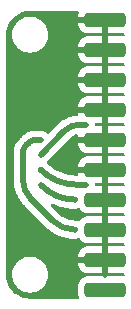
<source format=gbr>
%TF.GenerationSoftware,KiCad,Pcbnew,(6.0.5)*%
%TF.CreationDate,2022-06-17T13:24:51+08:00*%
%TF.ProjectId,JLINK_MINI_ADAPTER,4a4c494e-4b5f-44d4-994e-495f41444150,rev?*%
%TF.SameCoordinates,PX853a720PY66f2fb0*%
%TF.FileFunction,Copper,L1,Top*%
%TF.FilePolarity,Positive*%
%FSLAX46Y46*%
G04 Gerber Fmt 4.6, Leading zero omitted, Abs format (unit mm)*
G04 Created by KiCad (PCBNEW (6.0.5)) date 2022-06-17 13:24:51*
%MOMM*%
%LPD*%
G01*
G04 APERTURE LIST*
G04 Aperture macros list*
%AMRoundRect*
0 Rectangle with rounded corners*
0 $1 Rounding radius*
0 $2 $3 $4 $5 $6 $7 $8 $9 X,Y pos of 4 corners*
0 Add a 4 corners polygon primitive as box body*
4,1,4,$2,$3,$4,$5,$6,$7,$8,$9,$2,$3,0*
0 Add four circle primitives for the rounded corners*
1,1,$1+$1,$2,$3*
1,1,$1+$1,$4,$5*
1,1,$1+$1,$6,$7*
1,1,$1+$1,$8,$9*
0 Add four rect primitives between the rounded corners*
20,1,$1+$1,$2,$3,$4,$5,0*
20,1,$1+$1,$4,$5,$6,$7,0*
20,1,$1+$1,$6,$7,$8,$9,0*
20,1,$1+$1,$8,$9,$2,$3,0*%
G04 Aperture macros list end*
%TA.AperFunction,SMDPad,CuDef*%
%ADD10RoundRect,0.312500X-1.437500X-0.312500X1.437500X-0.312500X1.437500X0.312500X-1.437500X0.312500X0*%
%TD*%
%TA.AperFunction,ViaPad*%
%ADD11C,0.508000*%
%TD*%
%TA.AperFunction,Conductor*%
%ADD12C,0.508000*%
%TD*%
G04 APERTURE END LIST*
D10*
%TO.P,J2,2,Pin_2*%
%TO.N,unconnected-(J2-Pad2)*%
X8890000Y1270000D03*
%TO.P,J2,4,Pin_4*%
%TO.N,/GND*%
X8890000Y3810000D03*
%TO.P,J2,6,Pin_6*%
X8890000Y6350000D03*
%TO.P,J2,8,Pin_8*%
X8890000Y8890000D03*
%TO.P,J2,10,Pin_10*%
X8890000Y11430000D03*
%TO.P,J2,12,Pin_12*%
X8890000Y13970000D03*
%TO.P,J2,14,Pin_14*%
X8890000Y16510000D03*
%TO.P,J2,16,Pin_16*%
X8890000Y19050000D03*
%TO.P,J2,18,Pin_18*%
X8890000Y21590000D03*
%TO.P,J2,20,Pin_20*%
X8890000Y24130000D03*
%TD*%
D11*
%TO.N,/SWDIO{slash}TMS*%
X3429000Y10160000D03*
X6350000Y8890000D03*
%TO.N,/GND*%
X6223000Y16510000D03*
X889000Y16510000D03*
X8890000Y20320000D03*
X4826000Y19050000D03*
X4064000Y24130000D03*
X8890000Y2540000D03*
X4064000Y21590000D03*
X4191000Y4064000D03*
X6350000Y7620000D03*
X2794000Y17272000D03*
X8890000Y15240000D03*
X8890000Y17780000D03*
X6223000Y21590000D03*
X889000Y21590000D03*
X5334000Y889000D03*
X8890000Y7620000D03*
X1016000Y4318000D03*
X1016000Y8636000D03*
X6350000Y3810000D03*
X1016000Y6604000D03*
X5334000Y12065000D03*
X8890000Y5080000D03*
X8890000Y12700000D03*
X8890000Y22860000D03*
X3810000Y889000D03*
X2921000Y6223000D03*
X889000Y19050000D03*
X6223000Y24130000D03*
X8890000Y10160000D03*
%TO.N,/SWCLK{slash}TCK*%
X7239000Y10160000D03*
X3429000Y11430000D03*
%TO.N,/SWO{slash}TDO*%
X3429000Y12700000D03*
X7239000Y15240000D03*
%TO.N,/TDI*%
X3429000Y13970000D03*
X6350000Y6350000D03*
%TD*%
D12*
%TO.N,/SWDIO{slash}TMS*%
X3531566Y10057433D02*
X3429000Y10160000D01*
X3531560Y10057427D02*
G75*
G03*
X6350000Y8890000I2818440J2818473D01*
G01*
%TO.N,/SWCLK{slash}TCK*%
X7239000Y10160000D02*
X6495051Y10160000D01*
X3428985Y11429985D02*
G75*
G03*
X6495051Y10160000I3066015J3066015D01*
G01*
%TO.N,/SWO{slash}TDO*%
X5430185Y14701185D02*
X3429000Y12700000D01*
X7239000Y15240000D02*
X6731000Y15240000D01*
X5430191Y14701179D02*
G75*
G02*
X6731000Y15240000I1300809J-1300779D01*
G01*
%TO.N,/TDI*%
X3048000Y8509000D02*
X4398777Y7158223D01*
X3429000Y13970000D02*
X3026210Y13970000D01*
X1905000Y12758988D02*
X1905000Y10668000D01*
X2623420Y8933579D02*
X3048000Y8509000D01*
X2413000Y13716000D02*
X2222500Y13525500D01*
X6350000Y6350016D02*
G75*
G02*
X4398777Y7158223I0J2759484D01*
G01*
X2623429Y8933588D02*
G75*
G02*
X1905000Y10668000I1734371J1734412D01*
G01*
X2412997Y13716003D02*
G75*
G02*
X3026210Y13970000I613203J-613203D01*
G01*
X1905006Y12758988D02*
G75*
G02*
X2222500Y13525500I1083994J12D01*
G01*
%TD*%
%TA.AperFunction,Conductor*%
%TO.N,/GND*%
G36*
X6626221Y24871498D02*
G01*
X6672714Y24817842D01*
X6682818Y24747568D01*
X6676945Y24723645D01*
X6672105Y24709902D01*
X6633480Y24542601D01*
X6632056Y24532653D01*
X6632000Y24530723D01*
X6632000Y24402115D01*
X6636475Y24386876D01*
X6637865Y24385671D01*
X6645548Y24384000D01*
X9018000Y24384000D01*
X9086121Y24363998D01*
X9132614Y24310342D01*
X9144000Y24258000D01*
X9144000Y23015116D01*
X9148475Y22999877D01*
X9149865Y22998672D01*
X9157548Y22997001D01*
X10414500Y22997001D01*
X10482621Y22976999D01*
X10529114Y22923343D01*
X10540500Y22871001D01*
X10540500Y22849000D01*
X10520498Y22780879D01*
X10466842Y22734386D01*
X10414500Y22723000D01*
X9162115Y22723000D01*
X9146876Y22718525D01*
X9145671Y22717135D01*
X9144000Y22709452D01*
X9144000Y20475116D01*
X9148475Y20459877D01*
X9149865Y20458672D01*
X9157548Y20457001D01*
X10414500Y20457001D01*
X10482621Y20436999D01*
X10529114Y20383343D01*
X10540500Y20331001D01*
X10540500Y20309000D01*
X10520498Y20240879D01*
X10466842Y20194386D01*
X10414500Y20183000D01*
X9162115Y20183000D01*
X9146876Y20178525D01*
X9145671Y20177135D01*
X9144000Y20169452D01*
X9144000Y17935116D01*
X9148475Y17919877D01*
X9149865Y17918672D01*
X9157548Y17917001D01*
X10414500Y17917001D01*
X10482621Y17896999D01*
X10529114Y17843343D01*
X10540500Y17791001D01*
X10540500Y17769000D01*
X10520498Y17700879D01*
X10466842Y17654386D01*
X10414500Y17643000D01*
X9162115Y17643000D01*
X9146876Y17638525D01*
X9145671Y17637135D01*
X9144000Y17629452D01*
X9144000Y15395116D01*
X9148475Y15379877D01*
X9149865Y15378672D01*
X9157548Y15377001D01*
X10414500Y15377001D01*
X10482621Y15356999D01*
X10529114Y15303343D01*
X10540500Y15251001D01*
X10540500Y15229000D01*
X10520498Y15160879D01*
X10466842Y15114386D01*
X10414500Y15103000D01*
X9162115Y15103000D01*
X9146876Y15098525D01*
X9145671Y15097135D01*
X9144000Y15089452D01*
X9144000Y12855116D01*
X9148475Y12839877D01*
X9149865Y12838672D01*
X9157548Y12837001D01*
X10414500Y12837001D01*
X10482621Y12816999D01*
X10529114Y12763343D01*
X10540500Y12711001D01*
X10540500Y12689000D01*
X10520498Y12620879D01*
X10466842Y12574386D01*
X10414500Y12563000D01*
X9162115Y12563000D01*
X9146876Y12558525D01*
X9145671Y12557135D01*
X9144000Y12549452D01*
X9144000Y10315116D01*
X9148475Y10299877D01*
X9149865Y10298672D01*
X9157548Y10297001D01*
X10414500Y10297001D01*
X10482621Y10276999D01*
X10529114Y10223343D01*
X10540500Y10171001D01*
X10540500Y10149000D01*
X10520498Y10080879D01*
X10466842Y10034386D01*
X10414500Y10023000D01*
X9162115Y10023000D01*
X9146876Y10018525D01*
X9145671Y10017135D01*
X9144000Y10009452D01*
X9144000Y7775116D01*
X9148475Y7759877D01*
X9149865Y7758672D01*
X9157548Y7757001D01*
X10414500Y7757001D01*
X10482621Y7736999D01*
X10529114Y7683343D01*
X10540500Y7631001D01*
X10540500Y7609000D01*
X10520498Y7540879D01*
X10466842Y7494386D01*
X10414500Y7483000D01*
X9162115Y7483000D01*
X9146876Y7478525D01*
X9145671Y7477135D01*
X9144000Y7469452D01*
X9144000Y5235116D01*
X9148475Y5219877D01*
X9149865Y5218672D01*
X9157548Y5217001D01*
X10414500Y5217001D01*
X10482621Y5196999D01*
X10529114Y5143343D01*
X10540500Y5091001D01*
X10540500Y5069000D01*
X10520498Y5000879D01*
X10466842Y4954386D01*
X10414500Y4943000D01*
X9162115Y4943000D01*
X9146876Y4938525D01*
X9145671Y4937135D01*
X9144000Y4929452D01*
X9144000Y2695116D01*
X9148475Y2679877D01*
X9149865Y2678672D01*
X9157548Y2677001D01*
X10414500Y2677001D01*
X10482621Y2656999D01*
X10529114Y2603343D01*
X10540500Y2551001D01*
X10540500Y2529500D01*
X10520498Y2461379D01*
X10466842Y2414886D01*
X10414500Y2403500D01*
X7362396Y2403500D01*
X7357540Y2403220D01*
X7352344Y2402020D01*
X7352341Y2402020D01*
X7184931Y2363370D01*
X7178070Y2361786D01*
X7012240Y2281621D01*
X6868292Y2166708D01*
X6753379Y2022760D01*
X6750313Y2016417D01*
X6750312Y2016416D01*
X6710023Y1933073D01*
X6673214Y1856930D01*
X6631780Y1677460D01*
X6631500Y1672604D01*
X6631500Y867396D01*
X6631780Y862540D01*
X6673214Y683070D01*
X6676282Y676724D01*
X6676412Y676354D01*
X6680173Y605457D01*
X6645008Y543781D01*
X6582080Y510908D01*
X6557566Y508500D01*
X2589367Y508500D01*
X2569982Y510000D01*
X2555149Y512310D01*
X2555145Y512310D01*
X2546276Y513691D01*
X2537374Y512527D01*
X2537371Y512527D01*
X2529988Y511561D01*
X2505409Y510767D01*
X2460799Y513691D01*
X2283078Y525340D01*
X2266738Y527491D01*
X2144522Y551801D01*
X2022304Y576112D01*
X2006394Y580375D01*
X1770398Y660485D01*
X1755174Y666791D01*
X1531658Y777016D01*
X1517384Y785257D01*
X1310171Y923713D01*
X1297095Y933746D01*
X1109722Y1098068D01*
X1098068Y1109722D01*
X933746Y1297095D01*
X923713Y1310171D01*
X785257Y1517384D01*
X777016Y1531658D01*
X666791Y1755174D01*
X660484Y1770400D01*
X614688Y1905311D01*
X580375Y2006394D01*
X576111Y2022307D01*
X573310Y2036392D01*
X527491Y2266738D01*
X525340Y2283078D01*
X511476Y2494593D01*
X512650Y2517768D01*
X512334Y2517796D01*
X512770Y2522656D01*
X513576Y2527448D01*
X513729Y2540000D01*
X1010786Y2540000D01*
X1029613Y2300778D01*
X1030767Y2295971D01*
X1030768Y2295965D01*
X1048788Y2220908D01*
X1085631Y2067447D01*
X1087524Y2062876D01*
X1087525Y2062874D01*
X1172830Y1856930D01*
X1177460Y1845751D01*
X1302840Y1641151D01*
X1458682Y1458682D01*
X1641151Y1302840D01*
X1845751Y1177460D01*
X1850321Y1175567D01*
X1850323Y1175566D01*
X2037421Y1098068D01*
X2067447Y1085631D01*
X2149037Y1066043D01*
X2295965Y1030768D01*
X2295971Y1030767D01*
X2300778Y1029613D01*
X2540000Y1010786D01*
X2779222Y1029613D01*
X2784029Y1030767D01*
X2784035Y1030768D01*
X2930963Y1066043D01*
X3012553Y1085631D01*
X3042579Y1098068D01*
X3229677Y1175566D01*
X3229679Y1175567D01*
X3234249Y1177460D01*
X3438849Y1302840D01*
X3621318Y1458682D01*
X3777160Y1641151D01*
X3902540Y1845751D01*
X3907171Y1856930D01*
X3992475Y2062874D01*
X3992476Y2062876D01*
X3994369Y2067447D01*
X4031212Y2220908D01*
X4049232Y2295965D01*
X4049233Y2295971D01*
X4050387Y2300778D01*
X4069214Y2540000D01*
X4050387Y2779222D01*
X4049233Y2784029D01*
X4049232Y2784035D01*
X3995524Y3007741D01*
X3994369Y3012553D01*
X3992475Y3017126D01*
X3904434Y3229677D01*
X3904433Y3229679D01*
X3902540Y3234249D01*
X3795300Y3409247D01*
X6632001Y3409247D01*
X6632055Y3407356D01*
X6633480Y3397400D01*
X6672105Y3230098D01*
X6676755Y3216895D01*
X6750738Y3063852D01*
X6758202Y3052000D01*
X6864255Y2919151D01*
X6874151Y2909255D01*
X7007000Y2803202D01*
X7018852Y2795738D01*
X7171895Y2721755D01*
X7185098Y2717105D01*
X7352399Y2678480D01*
X7362347Y2677056D01*
X7364277Y2677000D01*
X8617885Y2677000D01*
X8633124Y2681475D01*
X8634329Y2682865D01*
X8636000Y2690548D01*
X8636000Y3537885D01*
X8631525Y3553124D01*
X8630135Y3554329D01*
X8622452Y3556000D01*
X6650116Y3556000D01*
X6634877Y3551525D01*
X6633672Y3550135D01*
X6632001Y3542452D01*
X6632001Y3409247D01*
X3795300Y3409247D01*
X3777160Y3438849D01*
X3621318Y3621318D01*
X3438849Y3777160D01*
X3234249Y3902540D01*
X3229679Y3904433D01*
X3229677Y3904434D01*
X3017126Y3992475D01*
X3017124Y3992476D01*
X3012553Y3994369D01*
X2930963Y4013957D01*
X2784035Y4049232D01*
X2784029Y4049233D01*
X2779222Y4050387D01*
X2540000Y4069214D01*
X2300778Y4050387D01*
X2295971Y4049233D01*
X2295965Y4049232D01*
X2149037Y4013957D01*
X2067447Y3994369D01*
X2062876Y3992476D01*
X2062874Y3992475D01*
X1850323Y3904434D01*
X1850321Y3904433D01*
X1845751Y3902540D01*
X1641151Y3777160D01*
X1458682Y3621318D01*
X1302840Y3438849D01*
X1177460Y3234249D01*
X1175567Y3229679D01*
X1175566Y3229677D01*
X1087525Y3017126D01*
X1085631Y3012553D01*
X1084476Y3007741D01*
X1030768Y2784035D01*
X1030767Y2784029D01*
X1029613Y2779222D01*
X1011274Y2546200D01*
X1010786Y2540000D01*
X513729Y2540000D01*
X509773Y2567624D01*
X508500Y2585486D01*
X508500Y4082115D01*
X6632000Y4082115D01*
X6636475Y4066876D01*
X6637865Y4065671D01*
X6645548Y4064000D01*
X8617885Y4064000D01*
X8633124Y4068475D01*
X8634329Y4069865D01*
X8636000Y4077548D01*
X8636000Y4924884D01*
X8631525Y4940123D01*
X8630135Y4941328D01*
X8622452Y4942999D01*
X7364247Y4942999D01*
X7362356Y4942945D01*
X7352400Y4941520D01*
X7185098Y4902895D01*
X7171895Y4898245D01*
X7018852Y4824262D01*
X7007000Y4816798D01*
X6874151Y4710745D01*
X6864255Y4700849D01*
X6758202Y4568000D01*
X6750738Y4556148D01*
X6676755Y4403105D01*
X6672105Y4389902D01*
X6633480Y4222601D01*
X6632056Y4212653D01*
X6632000Y4210723D01*
X6632000Y4082115D01*
X508500Y4082115D01*
X508500Y12758980D01*
X1137675Y12758980D01*
X1138116Y12755053D01*
X1138116Y12755044D01*
X1141715Y12722967D01*
X1142500Y12708920D01*
X1142500Y10724238D01*
X1141506Y10708446D01*
X1137750Y10678714D01*
X1138439Y10671694D01*
X1138387Y10667988D01*
X1138622Y10668000D01*
X1152931Y10376751D01*
X1154124Y10352461D01*
X1154578Y10349401D01*
X1176515Y10201516D01*
X1200479Y10039960D01*
X1201230Y10036961D01*
X1201231Y10036957D01*
X1276491Y9736508D01*
X1276494Y9736498D01*
X1277243Y9733508D01*
X1278284Y9730599D01*
X1278286Y9730592D01*
X1317463Y9621103D01*
X1383675Y9436056D01*
X1384998Y9433259D01*
X1385000Y9433254D01*
X1485131Y9221550D01*
X1518750Y9150469D01*
X1681167Y8879497D01*
X1869363Y8625749D01*
X1871439Y8623459D01*
X2016049Y8463910D01*
X2017628Y8461979D01*
X2017648Y8461997D01*
X2025088Y8453573D01*
X2026483Y8452178D01*
X2026749Y8451895D01*
X2030675Y8447772D01*
X2050687Y8425692D01*
X2057952Y8416909D01*
X2065907Y8406353D01*
X2080846Y8390992D01*
X2083944Y8388519D01*
X2109163Y8368387D01*
X2119650Y8359011D01*
X2222857Y8255805D01*
X2449662Y8029001D01*
X2449667Y8028995D01*
X3815465Y6663197D01*
X3826990Y6649939D01*
X3841265Y6630996D01*
X3856204Y6615635D01*
X3859299Y6613164D01*
X3859306Y6613158D01*
X3860327Y6612343D01*
X3866324Y6607240D01*
X4085748Y6408372D01*
X4113015Y6383659D01*
X4115495Y6381820D01*
X4115502Y6381814D01*
X4290863Y6251761D01*
X4390961Y6177525D01*
X4393621Y6175931D01*
X4393622Y6175930D01*
X4685123Y6001215D01*
X4685128Y6001212D01*
X4687773Y5999627D01*
X4690556Y5998311D01*
X4690563Y5998307D01*
X4825096Y5934679D01*
X5000592Y5851677D01*
X5003507Y5850634D01*
X5323495Y5736142D01*
X5323505Y5736139D01*
X5326406Y5735101D01*
X5662078Y5651021D01*
X6004375Y5600247D01*
X6007457Y5600096D01*
X6007463Y5600095D01*
X6308140Y5585324D01*
X6319488Y5584251D01*
X6320815Y5584065D01*
X6328575Y5582974D01*
X6333459Y5582906D01*
X6333930Y5582843D01*
X6334466Y5582892D01*
X6337750Y5582846D01*
X6346038Y5582730D01*
X6346044Y5582730D01*
X6350000Y5582675D01*
X6371121Y5585044D01*
X6425758Y5591172D01*
X6428381Y5591438D01*
X6497275Y5597708D01*
X6497278Y5597709D01*
X6504292Y5598347D01*
X6510767Y5600451D01*
X6513243Y5600986D01*
X6520000Y5601744D01*
X6592062Y5626838D01*
X6594490Y5627654D01*
X6618909Y5635588D01*
X6689876Y5637615D01*
X6750674Y5600952D01*
X6756315Y5594364D01*
X6864255Y5459151D01*
X6874151Y5449255D01*
X7007000Y5343202D01*
X7018852Y5335738D01*
X7171895Y5261755D01*
X7185098Y5257105D01*
X7352399Y5218480D01*
X7362347Y5217056D01*
X7364277Y5217000D01*
X8617885Y5217000D01*
X8633124Y5221475D01*
X8634329Y5222865D01*
X8636000Y5230548D01*
X8636000Y7464884D01*
X8631525Y7480123D01*
X8630135Y7481328D01*
X8622452Y7482999D01*
X7364247Y7482999D01*
X7362356Y7482945D01*
X7352400Y7481520D01*
X7185098Y7442895D01*
X7171895Y7438245D01*
X7018852Y7364262D01*
X7007000Y7356798D01*
X6874151Y7250745D01*
X6864255Y7240849D01*
X6755899Y7105115D01*
X6697768Y7064356D01*
X6626829Y7061496D01*
X6615172Y7065021D01*
X6612523Y7065964D01*
X6608643Y7067346D01*
X6607993Y7067580D01*
X6568505Y7081952D01*
X6536511Y7093597D01*
X6536509Y7093597D01*
X6530430Y7095810D01*
X6527755Y7096148D01*
X6525219Y7097051D01*
X6518797Y7097817D01*
X6518796Y7097817D01*
X6443296Y7106820D01*
X6442423Y7106928D01*
X6367136Y7116439D01*
X6367133Y7116439D01*
X6360714Y7117250D01*
X6358032Y7116987D01*
X6355357Y7117306D01*
X6333880Y7115049D01*
X6313652Y7114557D01*
X6133474Y7124675D01*
X6119442Y7126256D01*
X5912606Y7161399D01*
X5898845Y7164540D01*
X5697242Y7222619D01*
X5683913Y7227283D01*
X5490098Y7307563D01*
X5477369Y7313693D01*
X5293748Y7415174D01*
X5281784Y7422691D01*
X5110692Y7544084D01*
X5099644Y7552894D01*
X4971474Y7667432D01*
X4955876Y7684154D01*
X4953188Y7687619D01*
X4948873Y7693182D01*
X4916019Y7720168D01*
X4906909Y7728428D01*
X4322222Y8313115D01*
X4288198Y8375426D01*
X4293263Y8446242D01*
X4335810Y8503077D01*
X4402330Y8527888D01*
X4464069Y8516635D01*
X4531477Y8485560D01*
X4881542Y8356415D01*
X5121814Y8288652D01*
X5238281Y8255805D01*
X5238286Y8255804D01*
X5240661Y8255134D01*
X5606619Y8182341D01*
X5726104Y8168199D01*
X5974706Y8138775D01*
X5974717Y8138774D01*
X5977160Y8138485D01*
X6305433Y8125587D01*
X6318012Y8124459D01*
X6328575Y8122974D01*
X6333459Y8122906D01*
X6333930Y8122843D01*
X6334466Y8122892D01*
X6337750Y8122846D01*
X6346038Y8122730D01*
X6346044Y8122730D01*
X6350000Y8122675D01*
X6375971Y8125588D01*
X6425758Y8131172D01*
X6428381Y8131438D01*
X6497275Y8137708D01*
X6497278Y8137709D01*
X6504292Y8138347D01*
X6510767Y8140451D01*
X6513243Y8140986D01*
X6520000Y8141744D01*
X6592062Y8166838D01*
X6594490Y8167654D01*
X6618909Y8175588D01*
X6689876Y8177615D01*
X6750674Y8140952D01*
X6756315Y8134364D01*
X6864255Y7999151D01*
X6874151Y7989255D01*
X7007000Y7883202D01*
X7018852Y7875738D01*
X7171895Y7801755D01*
X7185098Y7797105D01*
X7352399Y7758480D01*
X7362347Y7757056D01*
X7364277Y7757000D01*
X8617885Y7757000D01*
X8633124Y7761475D01*
X8634329Y7762865D01*
X8636000Y7770548D01*
X8636000Y10004884D01*
X8631525Y10020123D01*
X8630135Y10021328D01*
X8622452Y10022999D01*
X8132184Y10022999D01*
X8064063Y10043001D01*
X8017570Y10096657D01*
X8006196Y10150757D01*
X8006270Y10156039D01*
X8006270Y10156043D01*
X8006325Y10160000D01*
X8005884Y10163936D01*
X8005839Y10164845D01*
X8022490Y10233861D01*
X8073810Y10282920D01*
X8131689Y10297000D01*
X8617885Y10297000D01*
X8633124Y10301475D01*
X8634329Y10302865D01*
X8636000Y10310548D01*
X8636000Y11157885D01*
X8631525Y11173124D01*
X8630135Y11174329D01*
X8622452Y11176000D01*
X6650116Y11176000D01*
X6634877Y11171525D01*
X6633672Y11170135D01*
X6632001Y11162452D01*
X6632001Y11052474D01*
X6611999Y10984353D01*
X6558343Y10937860D01*
X6507081Y10927083D01*
X6505756Y10927250D01*
X6498749Y10926563D01*
X6498745Y10926563D01*
X6479123Y10924639D01*
X6460648Y10924190D01*
X6337699Y10930228D01*
X6150946Y10939401D01*
X6138655Y10940611D01*
X5971324Y10965431D01*
X5804000Y10990250D01*
X5791873Y10992662D01*
X5548355Y11053657D01*
X5463698Y11074862D01*
X5451868Y11078450D01*
X5133331Y11192422D01*
X5121907Y11197154D01*
X4816073Y11341801D01*
X4805167Y11347630D01*
X4803356Y11348716D01*
X4514985Y11521558D01*
X4504704Y11528428D01*
X4270513Y11702115D01*
X6632000Y11702115D01*
X6636475Y11686876D01*
X6637865Y11685671D01*
X6645548Y11684000D01*
X8617885Y11684000D01*
X8633124Y11688475D01*
X8634329Y11689865D01*
X8636000Y11697548D01*
X8636000Y12544884D01*
X8631525Y12560123D01*
X8630135Y12561328D01*
X8622452Y12562999D01*
X7364247Y12562999D01*
X7362356Y12562945D01*
X7352400Y12561520D01*
X7185098Y12522895D01*
X7171895Y12518245D01*
X7018852Y12444262D01*
X7007000Y12436798D01*
X6874151Y12330745D01*
X6864255Y12320849D01*
X6758202Y12188000D01*
X6750738Y12176148D01*
X6676755Y12023105D01*
X6672105Y12009902D01*
X6633480Y11842601D01*
X6632056Y11832653D01*
X6632000Y11830723D01*
X6632000Y11702115D01*
X4270513Y11702115D01*
X4232972Y11729957D01*
X4223414Y11737801D01*
X4002229Y11938270D01*
X3987289Y11954399D01*
X3979104Y11964952D01*
X3973063Y11969914D01*
X3972783Y11970325D01*
X3968746Y11974477D01*
X3969475Y11975186D01*
X3933117Y12028607D01*
X3931245Y12099579D01*
X3966143Y12158527D01*
X4011698Y12201909D01*
X4011701Y12201912D01*
X4016805Y12206773D01*
X4020705Y12212643D01*
X4020950Y12212935D01*
X4028378Y12221040D01*
X5376585Y13569247D01*
X6632001Y13569247D01*
X6632055Y13567356D01*
X6633480Y13557400D01*
X6672105Y13390098D01*
X6676755Y13376895D01*
X6750738Y13223852D01*
X6758202Y13212000D01*
X6864255Y13079151D01*
X6874151Y13069255D01*
X7007000Y12963202D01*
X7018852Y12955738D01*
X7171895Y12881755D01*
X7185098Y12877105D01*
X7352399Y12838480D01*
X7362347Y12837056D01*
X7364277Y12837000D01*
X8617885Y12837000D01*
X8633124Y12841475D01*
X8634329Y12842865D01*
X8636000Y12850548D01*
X8636000Y13697885D01*
X8631525Y13713124D01*
X8630135Y13714329D01*
X8622452Y13716000D01*
X6650116Y13716000D01*
X6634877Y13711525D01*
X6633672Y13710135D01*
X6632001Y13702452D01*
X6632001Y13569247D01*
X5376585Y13569247D01*
X5929589Y14122251D01*
X5941446Y14132706D01*
X5965143Y14151088D01*
X5978225Y14167014D01*
X5993757Y14182847D01*
X6090348Y14265346D01*
X6106344Y14276968D01*
X6142827Y14299325D01*
X6233544Y14354918D01*
X6251157Y14363893D01*
X6389003Y14420991D01*
X6407786Y14427094D01*
X6476587Y14443612D01*
X6547494Y14440065D01*
X6605228Y14398745D01*
X6631458Y14332771D01*
X6632000Y14321093D01*
X6632000Y14242115D01*
X6636475Y14226876D01*
X6637865Y14225671D01*
X6645548Y14224000D01*
X8617885Y14224000D01*
X8633124Y14228475D01*
X8634329Y14229865D01*
X8636000Y14237548D01*
X8636000Y15084884D01*
X8631525Y15100123D01*
X8630135Y15101328D01*
X8622452Y15102999D01*
X8132184Y15102999D01*
X8064063Y15123001D01*
X8017570Y15176657D01*
X8006196Y15230757D01*
X8006270Y15236039D01*
X8006270Y15236043D01*
X8006325Y15240000D01*
X8005884Y15243936D01*
X8005839Y15244845D01*
X8022490Y15313861D01*
X8073810Y15362920D01*
X8131689Y15377000D01*
X8617885Y15377000D01*
X8633124Y15381475D01*
X8634329Y15382865D01*
X8636000Y15390548D01*
X8636000Y16237885D01*
X8631525Y16253124D01*
X8630135Y16254329D01*
X8622452Y16256000D01*
X6650116Y16256000D01*
X6634877Y16251525D01*
X6633672Y16250135D01*
X6632001Y16242452D01*
X6632001Y16120163D01*
X6611999Y16052042D01*
X6558343Y16005549D01*
X6513067Y15994361D01*
X6466441Y15991742D01*
X6439194Y15990212D01*
X6151058Y15941255D01*
X6147655Y15940275D01*
X6147648Y15940273D01*
X6017684Y15902830D01*
X5870215Y15860344D01*
X5600197Y15748498D01*
X5597122Y15746798D01*
X5597119Y15746797D01*
X5368352Y15620359D01*
X5344400Y15607121D01*
X5341529Y15605084D01*
X5341526Y15605082D01*
X5108925Y15440040D01*
X5108918Y15440034D01*
X5106041Y15437993D01*
X5103400Y15435633D01*
X5103399Y15435632D01*
X4963739Y15310822D01*
X4960092Y15307861D01*
X4958604Y15306958D01*
X4950180Y15299518D01*
X4945036Y15294374D01*
X4939904Y15289521D01*
X4922537Y15274001D01*
X4914418Y15267333D01*
X4902959Y15258698D01*
X4887598Y15243759D01*
X4864984Y15215430D01*
X4855613Y15204951D01*
X4155736Y14505074D01*
X4093424Y14471048D01*
X4022609Y14476113D01*
X3985064Y14498143D01*
X3951533Y14526630D01*
X3943708Y14533869D01*
X3929705Y14547971D01*
X3909809Y14568006D01*
X3889615Y14580822D01*
X3875553Y14591180D01*
X3860528Y14603945D01*
X3860525Y14603947D01*
X3854949Y14608684D01*
X3812908Y14630151D01*
X3802694Y14635983D01*
X3771329Y14655888D01*
X3771323Y14655891D01*
X3765373Y14659667D01*
X3739164Y14669000D01*
X3724145Y14675476D01*
X3696596Y14689543D01*
X3654494Y14699846D01*
X3642181Y14703534D01*
X3610854Y14714689D01*
X3610850Y14714690D01*
X3604219Y14717051D01*
X3597224Y14717885D01*
X3597220Y14717886D01*
X3572722Y14720808D01*
X3557701Y14723530D01*
X3523888Y14731804D01*
X3518286Y14732152D01*
X3518283Y14732152D01*
X3514609Y14732380D01*
X3514599Y14732380D01*
X3512670Y14732500D01*
X3482150Y14732500D01*
X3467231Y14733386D01*
X3458266Y14734455D01*
X3434357Y14737306D01*
X3427354Y14736570D01*
X3427353Y14736570D01*
X3395195Y14733190D01*
X3382025Y14732500D01*
X3088660Y14732500D01*
X3071122Y14733727D01*
X3051578Y14736474D01*
X3051563Y14736475D01*
X3047644Y14737026D01*
X3033939Y14737217D01*
X3030167Y14737270D01*
X3030165Y14737270D01*
X3026219Y14737325D01*
X3000612Y14734453D01*
X2994836Y14733941D01*
X2921443Y14729131D01*
X2817156Y14722297D01*
X2817151Y14722296D01*
X2813041Y14722027D01*
X2792222Y14717886D01*
X2607561Y14681156D01*
X2607558Y14681155D01*
X2603510Y14680350D01*
X2570058Y14668995D01*
X2455624Y14630151D01*
X2401211Y14611681D01*
X2397514Y14609858D01*
X2397512Y14609857D01*
X2385524Y14603945D01*
X2209607Y14517193D01*
X2031975Y14398504D01*
X2028876Y14395786D01*
X1959644Y14335071D01*
X1950484Y14328358D01*
X1950738Y14328012D01*
X1946217Y14324684D01*
X1941419Y14321773D01*
X1932995Y14314333D01*
X1917987Y14299325D01*
X1904719Y14287790D01*
X1885780Y14273519D01*
X1882951Y14270768D01*
X1882943Y14270761D01*
X1873252Y14261336D01*
X1870419Y14258581D01*
X1867954Y14255493D01*
X1847802Y14230249D01*
X1838425Y14219763D01*
X1727487Y14108825D01*
X1714220Y14097292D01*
X1698442Y14085403D01*
X1698430Y14085392D01*
X1695280Y14083019D01*
X1679919Y14068081D01*
X1677450Y14064988D01*
X1670112Y14055795D01*
X1666374Y14051328D01*
X1520932Y13885484D01*
X1386455Y13684222D01*
X1279398Y13467129D01*
X1201593Y13237920D01*
X1154373Y13000516D01*
X1154104Y12996404D01*
X1154103Y12996400D01*
X1145920Y12871532D01*
X1144757Y12860826D01*
X1144528Y12859319D01*
X1143196Y12853876D01*
X1142500Y12842658D01*
X1142500Y12823467D01*
X1142230Y12815229D01*
X1141979Y12811398D01*
X1141023Y12802104D01*
X1137974Y12780405D01*
X1137675Y12758980D01*
X508500Y12758980D01*
X508500Y16782115D01*
X6632000Y16782115D01*
X6636475Y16766876D01*
X6637865Y16765671D01*
X6645548Y16764000D01*
X8617885Y16764000D01*
X8633124Y16768475D01*
X8634329Y16769865D01*
X8636000Y16777548D01*
X8636000Y17624884D01*
X8631525Y17640123D01*
X8630135Y17641328D01*
X8622452Y17642999D01*
X7364247Y17642999D01*
X7362356Y17642945D01*
X7352400Y17641520D01*
X7185098Y17602895D01*
X7171895Y17598245D01*
X7018852Y17524262D01*
X7007000Y17516798D01*
X6874151Y17410745D01*
X6864255Y17400849D01*
X6758202Y17268000D01*
X6750738Y17256148D01*
X6676755Y17103105D01*
X6672105Y17089902D01*
X6633480Y16922601D01*
X6632056Y16912653D01*
X6632000Y16910723D01*
X6632000Y16782115D01*
X508500Y16782115D01*
X508500Y18649247D01*
X6632001Y18649247D01*
X6632055Y18647356D01*
X6633480Y18637400D01*
X6672105Y18470098D01*
X6676755Y18456895D01*
X6750738Y18303852D01*
X6758202Y18292000D01*
X6864255Y18159151D01*
X6874151Y18149255D01*
X7007000Y18043202D01*
X7018852Y18035738D01*
X7171895Y17961755D01*
X7185098Y17957105D01*
X7352399Y17918480D01*
X7362347Y17917056D01*
X7364277Y17917000D01*
X8617885Y17917000D01*
X8633124Y17921475D01*
X8634329Y17922865D01*
X8636000Y17930548D01*
X8636000Y18777885D01*
X8631525Y18793124D01*
X8630135Y18794329D01*
X8622452Y18796000D01*
X6650116Y18796000D01*
X6634877Y18791525D01*
X6633672Y18790135D01*
X6632001Y18782452D01*
X6632001Y18649247D01*
X508500Y18649247D01*
X508500Y19322115D01*
X6632000Y19322115D01*
X6636475Y19306876D01*
X6637865Y19305671D01*
X6645548Y19304000D01*
X8617885Y19304000D01*
X8633124Y19308475D01*
X8634329Y19309865D01*
X8636000Y19317548D01*
X8636000Y20164884D01*
X8631525Y20180123D01*
X8630135Y20181328D01*
X8622452Y20182999D01*
X7364247Y20182999D01*
X7362356Y20182945D01*
X7352400Y20181520D01*
X7185098Y20142895D01*
X7171895Y20138245D01*
X7018852Y20064262D01*
X7007000Y20056798D01*
X6874151Y19950745D01*
X6864255Y19940849D01*
X6758202Y19808000D01*
X6750738Y19796148D01*
X6676755Y19643105D01*
X6672105Y19629902D01*
X6633480Y19462601D01*
X6632056Y19452653D01*
X6632000Y19450723D01*
X6632000Y19322115D01*
X508500Y19322115D01*
X508500Y21189247D01*
X6632001Y21189247D01*
X6632055Y21187356D01*
X6633480Y21177400D01*
X6672105Y21010098D01*
X6676755Y20996895D01*
X6750738Y20843852D01*
X6758202Y20832000D01*
X6864255Y20699151D01*
X6874151Y20689255D01*
X7007000Y20583202D01*
X7018852Y20575738D01*
X7171895Y20501755D01*
X7185098Y20497105D01*
X7352399Y20458480D01*
X7362347Y20457056D01*
X7364277Y20457000D01*
X8617885Y20457000D01*
X8633124Y20461475D01*
X8634329Y20462865D01*
X8636000Y20470548D01*
X8636000Y21317885D01*
X8631525Y21333124D01*
X8630135Y21334329D01*
X8622452Y21336000D01*
X6650116Y21336000D01*
X6634877Y21331525D01*
X6633672Y21330135D01*
X6632001Y21322452D01*
X6632001Y21189247D01*
X508500Y21189247D01*
X508500Y22806750D01*
X510246Y22827655D01*
X512770Y22842656D01*
X512770Y22842659D01*
X513576Y22847448D01*
X513729Y22860000D01*
X1010786Y22860000D01*
X1029613Y22620778D01*
X1030767Y22615971D01*
X1030768Y22615965D01*
X1060831Y22490745D01*
X1085631Y22387447D01*
X1087524Y22382876D01*
X1087525Y22382874D01*
X1106880Y22336148D01*
X1177460Y22165751D01*
X1302840Y21961151D01*
X1458682Y21778682D01*
X1641151Y21622840D01*
X1845751Y21497460D01*
X1850321Y21495567D01*
X1850323Y21495566D01*
X2062874Y21407525D01*
X2067447Y21405631D01*
X2149037Y21386043D01*
X2295965Y21350768D01*
X2295971Y21350767D01*
X2300778Y21349613D01*
X2540000Y21330786D01*
X2779222Y21349613D01*
X2784029Y21350767D01*
X2784035Y21350768D01*
X2930963Y21386043D01*
X3012553Y21405631D01*
X3017126Y21407525D01*
X3229677Y21495566D01*
X3229679Y21495567D01*
X3234249Y21497460D01*
X3438849Y21622840D01*
X3621318Y21778682D01*
X3692576Y21862115D01*
X6632000Y21862115D01*
X6636475Y21846876D01*
X6637865Y21845671D01*
X6645548Y21844000D01*
X8617885Y21844000D01*
X8633124Y21848475D01*
X8634329Y21849865D01*
X8636000Y21857548D01*
X8636000Y22704884D01*
X8631525Y22720123D01*
X8630135Y22721328D01*
X8622452Y22722999D01*
X7364247Y22722999D01*
X7362356Y22722945D01*
X7352400Y22721520D01*
X7185098Y22682895D01*
X7171895Y22678245D01*
X7018852Y22604262D01*
X7007000Y22596798D01*
X6874151Y22490745D01*
X6864255Y22480849D01*
X6758202Y22348000D01*
X6750738Y22336148D01*
X6676755Y22183105D01*
X6672105Y22169902D01*
X6633480Y22002601D01*
X6632056Y21992653D01*
X6632000Y21990723D01*
X6632000Y21862115D01*
X3692576Y21862115D01*
X3777160Y21961151D01*
X3902540Y22165751D01*
X3973121Y22336148D01*
X3992475Y22382874D01*
X3992476Y22382876D01*
X3994369Y22387447D01*
X4019169Y22490745D01*
X4049232Y22615965D01*
X4049233Y22615971D01*
X4050387Y22620778D01*
X4069214Y22860000D01*
X4050387Y23099222D01*
X4049233Y23104029D01*
X4049232Y23104035D01*
X3995524Y23327741D01*
X3994369Y23332553D01*
X3992475Y23337126D01*
X3904434Y23549677D01*
X3904433Y23549679D01*
X3902540Y23554249D01*
X3795300Y23729247D01*
X6632001Y23729247D01*
X6632055Y23727356D01*
X6633480Y23717400D01*
X6672105Y23550098D01*
X6676755Y23536895D01*
X6750738Y23383852D01*
X6758202Y23372000D01*
X6864255Y23239151D01*
X6874151Y23229255D01*
X7007000Y23123202D01*
X7018852Y23115738D01*
X7171895Y23041755D01*
X7185098Y23037105D01*
X7352399Y22998480D01*
X7362347Y22997056D01*
X7364277Y22997000D01*
X8617885Y22997000D01*
X8633124Y23001475D01*
X8634329Y23002865D01*
X8636000Y23010548D01*
X8636000Y23857885D01*
X8631525Y23873124D01*
X8630135Y23874329D01*
X8622452Y23876000D01*
X6650116Y23876000D01*
X6634877Y23871525D01*
X6633672Y23870135D01*
X6632001Y23862452D01*
X6632001Y23729247D01*
X3795300Y23729247D01*
X3777160Y23758849D01*
X3621318Y23941318D01*
X3438849Y24097160D01*
X3234249Y24222540D01*
X3229679Y24224433D01*
X3229677Y24224434D01*
X3017126Y24312475D01*
X3017124Y24312476D01*
X3012553Y24314369D01*
X2930963Y24333957D01*
X2784035Y24369232D01*
X2784029Y24369233D01*
X2779222Y24370387D01*
X2540000Y24389214D01*
X2300778Y24370387D01*
X2295971Y24369233D01*
X2295965Y24369232D01*
X2149037Y24333957D01*
X2067447Y24314369D01*
X2062876Y24312476D01*
X2062874Y24312475D01*
X1850323Y24224434D01*
X1850321Y24224433D01*
X1845751Y24222540D01*
X1641151Y24097160D01*
X1458682Y23941318D01*
X1302840Y23758849D01*
X1177460Y23554249D01*
X1175567Y23549679D01*
X1175566Y23549677D01*
X1087525Y23337126D01*
X1085631Y23332553D01*
X1084476Y23327741D01*
X1030768Y23104035D01*
X1030767Y23104029D01*
X1029613Y23099222D01*
X1011274Y22866200D01*
X1010786Y22860000D01*
X513729Y22860000D01*
X512003Y22872053D01*
X511001Y22898155D01*
X525340Y23116922D01*
X527491Y23133262D01*
X576111Y23377693D01*
X580375Y23393606D01*
X660485Y23629602D01*
X666791Y23644826D01*
X777016Y23868342D01*
X785257Y23882616D01*
X923713Y24089829D01*
X933746Y24102905D01*
X1098068Y24290278D01*
X1109722Y24301932D01*
X1297095Y24466254D01*
X1310171Y24476287D01*
X1517384Y24614743D01*
X1531658Y24622984D01*
X1755174Y24733209D01*
X1770400Y24739516D01*
X2006394Y24819625D01*
X2022304Y24823888D01*
X2144523Y24848199D01*
X2266738Y24872509D01*
X2283078Y24874660D01*
X2431866Y24884413D01*
X2498237Y24888763D01*
X2521350Y24887733D01*
X2524854Y24887690D01*
X2533724Y24886309D01*
X2542626Y24887473D01*
X2542628Y24887473D01*
X2559449Y24889673D01*
X2565286Y24890436D01*
X2581621Y24891500D01*
X6558100Y24891500D01*
X6626221Y24871498D01*
G37*
%TD.AperFunction*%
%TD*%
M02*

</source>
